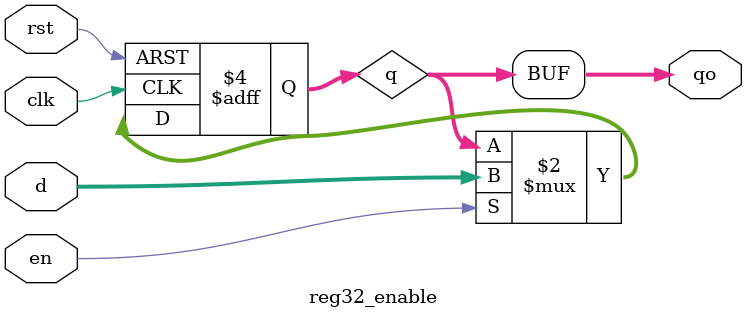
<source format=v>
module reg32_enable (
    input  [31:0] d,     // Dato de entrada (32 bits)
    input         clk,   // Clock
    input         rst,   // Reset asíncrono activo en alto
    input         en,    // <<-- ¡NUEVA SEÑAL de HABILITACIÓN!
    output [31:0] qo     // Salida (32 bits)
);

    reg [31:0] q;

    always @(posedge clk or posedge rst) begin
        if (rst)
            q <= 32'd0;
        // Si no hay reset, solo actualiza si 'en' está activo (1)
        else if (en)
            q <= d;
        // Si 'en' es 0, el registro retiene el valor anterior (q <= q, implícito)
    end

    assign qo = q;

endmodule
</source>
